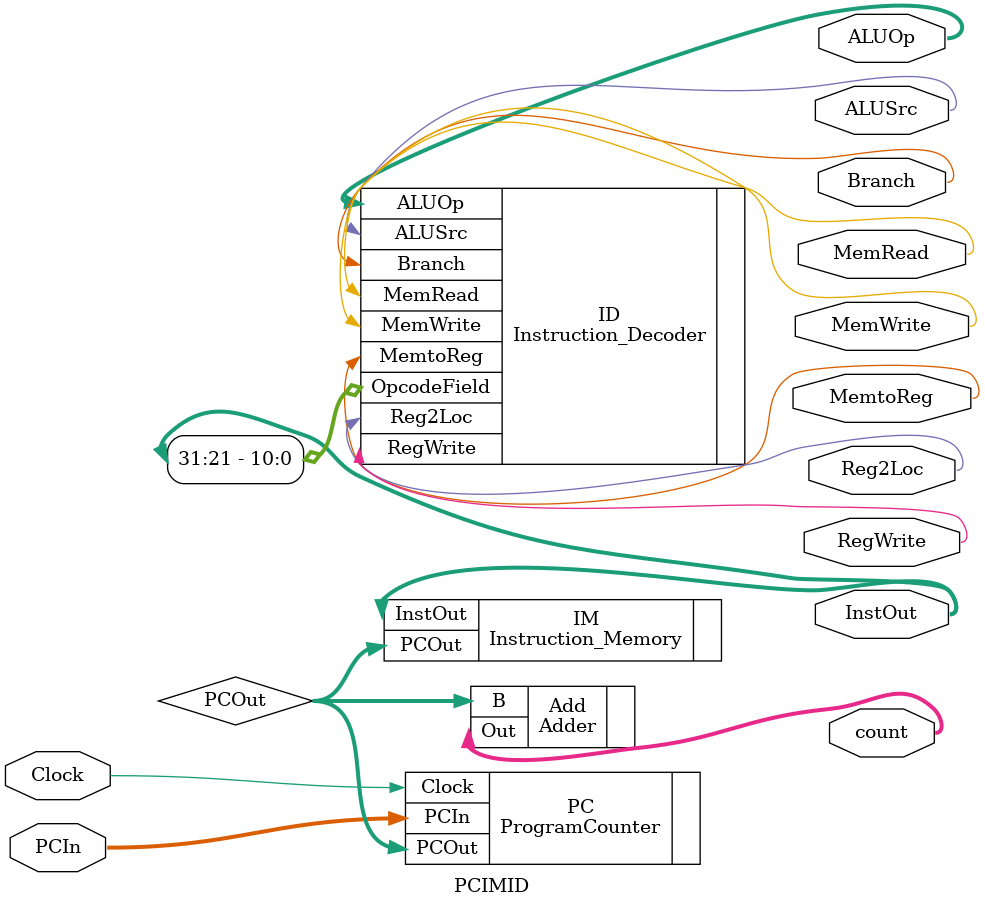
<source format=v>
`timescale 1ns / 1ps

module PCIMID(Clock, PCIn, Reg2Loc, Branch, MemRead, MemtoReg, ALUOp, MemWrite, ALUSrc, RegWrite, count, InstOut);
	input   Clock;
	input  [63:0] PCIn; //Input for PC	
	
	output [31:0] count;
	// Wires
	wire   [63:0] PCOut;  // From PC to IM
	output   [31:0] InstOut; // From ID
	// From ID
	output   Reg2Loc;
	output   Branch;
	output   MemRead;
	output   MemtoReg;
	output  [1:0] ALUOp;
	output   MemWrite;
	output   ALUSrc;
	output   RegWrite;
	//-------------------------------------------------------------------------
	// Instruction Decoder
	//-------------------------------------------------------------------------
	Instruction_Decoder ID (.OpcodeField(InstOut[31:21]), .Reg2Loc(Reg2Loc), .Branch(Branch), .MemRead(MemRead), .MemtoReg(MemtoReg),
	.ALUOp(ALUOp), .MemWrite(MemWrite), .ALUSrc(ALUSrc), .RegWrite(RegWrite));
	//-------------------------------------------------------------------------
	// Instruction Memory
	//-------------------------------------------------------------------------
	Instruction_Memory IM (.PCOut(PCOut),.InstOut(InstOut));
	//-------------------------------------------------------------------------
	// Program Counter
	//-------------------------------------------------------------------------
	ProgramCounter PC(.PCIn(PCIn),.Clock(Clock),.PCOut(PCOut));
	//-------------------------------------------------------------------------
	// Adder 
	//-------------------------------------------------------------------------
	Adder Add(.B(PCOut),.Out(count));
	//-------------------------------------------------------------------------

endmodule

</source>
